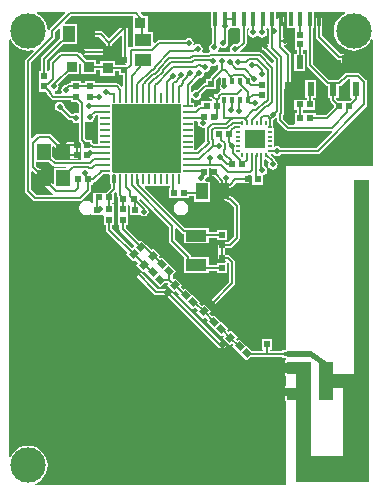
<source format=gtl>
%FSTAX23Y23*%
%MOIN*%
%SFA1B1*%

%IPPOS*%
%AMD22*
4,1,8,0.002000,0.005900,-0.002000,0.005900,-0.003900,0.003900,-0.003900,-0.003900,-0.002000,-0.005900,0.002000,-0.005900,0.003900,-0.003900,0.003900,0.003900,0.002000,0.005900,0.0*
1,1,0.003940,0.002000,0.003900*
1,1,0.003940,-0.002000,0.003900*
1,1,0.003940,-0.002000,-0.003900*
1,1,0.003940,0.002000,-0.003900*
%
%AMD24*
4,1,8,0.005900,-0.002000,0.005900,0.002000,0.003900,0.003900,-0.003900,0.003900,-0.005900,0.002000,-0.005900,-0.002000,-0.003900,-0.003900,0.003900,-0.003900,0.005900,-0.002000,0.0*
1,1,0.003940,0.003900,-0.002000*
1,1,0.003940,0.003900,0.002000*
1,1,0.003940,-0.003900,0.002000*
1,1,0.003940,-0.003900,-0.002000*
%
%AMD34*
4,1,4,0.000700,0.016000,-0.016000,-0.000700,-0.000700,-0.016000,0.016000,0.000700,0.000700,0.016000,0.0*
%
%AMD39*
4,1,4,0.016000,-0.000700,-0.000700,0.016000,-0.016000,0.000700,0.000700,-0.016000,0.016000,-0.000700,0.0*
%
%ADD14C,0.008000*%
%ADD16R,0.015750X0.047240*%
%ADD17O,0.011020X0.033470*%
%ADD18R,0.011020X0.033470*%
%ADD19R,0.033470X0.011020*%
%ADD20R,0.202760X0.202760*%
%ADD21R,0.013780X0.019680*%
G04~CAMADD=22~8~0.0~0.0~78.7~118.1~19.7~0.0~15~0.0~0.0~0.0~0.0~0~0.0~0.0~0.0~0.0~0~0.0~0.0~0.0~0.0~78.7~118.1*
%ADD22D22*%
%ADD23R,0.007870X0.011810*%
G04~CAMADD=24~8~0.0~0.0~78.7~118.1~19.7~0.0~15~0.0~0.0~0.0~0.0~0~0.0~0.0~0.0~0.0~0~0.0~0.0~0.0~270.0~118.0~78.0*
%ADD24D24*%
%ADD25R,0.011810X0.007870*%
%ADD26R,0.066930X0.060630*%
%ADD27R,0.023620X0.021650*%
%ADD28R,0.023620X0.045280*%
%ADD29R,0.021650X0.023620*%
%ADD30R,0.037400X0.037400*%
%ADD31R,0.031500X0.031500*%
%ADD32R,0.035430X0.035430*%
%ADD33R,0.019680X0.015750*%
G04~CAMADD=34~9~0.0~0.0~236.2~216.5~0.0~0.0~0~0.0~0.0~0.0~0.0~0~0.0~0.0~0.0~0.0~0~0.0~0.0~0.0~45.0~320.0~319.0*
%ADD34D34*%
%ADD35R,0.070870X0.039370*%
%ADD36R,0.043310X0.055120*%
%ADD37R,0.045280X0.055120*%
%ADD38R,0.037400X0.037400*%
G04~CAMADD=39~9~0.0~0.0~236.2~216.5~0.0~0.0~0~0.0~0.0~0.0~0.0~0~0.0~0.0~0.0~0.0~0~0.0~0.0~0.0~315.0~320.0~319.0*
%ADD39D39*%
%ADD40R,0.055120X0.043310*%
%ADD70C,0.003940*%
%ADD71C,0.020000*%
%ADD72C,0.023620*%
%ADD73C,0.118110*%
%LNheadset-pcb-1*%
%LPD*%
G36*
X00199Y01584D02*
X00147Y01532D01*
X00145Y01528*
X00145Y01527*
X0014Y01527*
X00139Y01538*
X00135Y0155*
X00129Y01561*
X00121Y01571*
X00111Y01579*
X00103Y01583*
X00104Y01588*
X00197*
X00199Y01584*
G37*
G36*
X00811Y01534D02*
X00812Y0153D01*
X00809Y01526*
X00808Y0152*
X00809Y01513*
X00813Y01508*
X00818Y01504*
X00825Y01503*
X00831Y01504*
X00836Y01508*
X00837Y01509*
X00842*
X00843Y01508*
X00848Y01504*
X00855Y01503*
X00861Y01504*
X00866Y01508*
X0087Y01513*
X00871Y0152*
X0087Y01526*
X00867Y0153*
X00867Y01531*
X00868Y01532*
X00874Y01534*
X00877Y01532*
Y01482*
X00872Y01481*
X00872Y01481*
X00868Y01483*
X00865Y01484*
X00861Y01483*
X00857Y01481*
X00855Y01477*
X00854Y01474*
Y0147*
X00855Y01466*
X00857Y01463*
X00893Y01428*
Y0142*
X00888Y01418*
X00855Y01451*
X00852Y01453*
X00848Y01454*
X00782*
X0078Y01459*
X008Y01478*
X00802Y01482*
X00803Y01485*
Y01532*
X00806Y01534*
X00808Y01534*
X00811Y01534*
G37*
G36*
X00775Y01535D02*
X00777D01*
X00782Y01532*
Y0149*
X00772Y01479*
X00771Y0148*
X00765Y01481*
X00758Y0148*
X00753Y01476*
X00749Y01471*
X00748Y01465*
X00749Y0146*
X00746Y01455*
X00709*
X00707Y0146*
X0071Y01463*
X00711Y01469*
X00714Y01471*
X00716Y01471*
X00718Y01469*
X00725Y01468*
X00731Y01469*
X00736Y01473*
X0074Y01478*
X00741Y01485*
X0074Y0149*
Y01527*
X00741Y01528*
X00744Y01532*
X00747Y01535*
X00775*
G37*
G36*
X00424Y01528D02*
Y01526D01*
X00425Y01523*
Y01473*
X00416*
X00413Y01472*
X00412Y01472*
X00408Y01475*
Y01539*
X00407Y01543*
X00405Y01546*
X00401Y01548*
X00397Y01549*
X00394Y01548*
X0039Y01546*
X00344Y015*
X00323Y01522*
X0032Y01524*
X00316Y01525*
X00278*
X00275Y01524*
X00271Y01522*
X00269Y01518*
X00268Y01515*
X00269Y01511*
X00271Y01507*
X00275Y01505*
X00278Y01504*
X00311*
X00334Y01481*
Y01467*
X00332Y01465*
X00259*
X00255Y01464*
X00252Y01462*
X00249Y01458*
X00249Y01455*
X00249Y01454*
X00244Y01451*
X00244Y01452*
X0024Y01454*
X00237Y01455*
X00185*
X00181Y01454*
X00177Y01452*
X00149Y01424*
X00147Y0142*
X00146Y01417*
Y01397*
X00145Y01392*
X00138*
Y01429*
X0019Y01481*
X00192*
X00193Y01481*
X00237*
Y01548*
X00199*
X00197Y01553*
X00219Y01574*
X00424*
Y01528*
G37*
G36*
X00684Y01535D02*
X00688D01*
Y01484*
X00683Y01481*
X00679Y01476*
X00678Y0147*
X00679Y01463*
X00682Y0146*
X00682Y01458*
X0068Y01455*
X0068Y01454*
X00677Y01454*
X00675Y01453*
X00657*
X00654Y01458*
X00655Y01458*
X00656Y01465*
X00655Y01471*
X00651Y01476*
X00646Y0148*
X0064Y01481*
X00633Y0148*
X00629Y01477*
X00625Y0148*
X00626Y01485*
X00625Y01491*
X00621Y01496*
X00616Y015*
X0061Y01501*
X00603Y015*
X00598Y01496*
X00597Y01495*
X00511*
X00507Y01494*
X00503Y01492*
X00497Y01485*
X00492Y01487*
Y01523*
X00477*
X00473Y01526*
Y01575*
X00457*
X00456Y01577*
X00449Y01584*
X00451Y01588*
X00684*
Y01535*
G37*
G36*
X00387Y01507D02*
Y01434D01*
X00386Y01432*
X00385Y01428*
X00386Y01424*
X00388Y01421*
X00392Y01419*
X00395Y01418*
X00397Y01418*
X00401Y01416*
X00398Y01412*
X00379*
Y01411*
X00364*
Y01425*
X00315*
Y01415*
X00301*
Y01429*
X00266*
X00256Y0144*
X00258Y01444*
X00259Y01444*
X00336*
X0034Y01445*
X00343Y01447*
X00352Y01456*
X00354Y01459*
X00355Y01463*
Y01481*
X00383Y01509*
X00387Y01507*
G37*
G36*
X00709Y0141D02*
Y01398D01*
X00683Y01371*
X00681Y01368*
X0068Y01365*
X00666*
Y01352*
X00665*
X00661Y01351*
X00658Y01349*
X00636Y01328*
X00635Y01328*
X00628Y01327*
X00623Y01323*
X00621Y0132*
X00616Y01321*
Y01341*
X00643Y01369*
X00645Y01368*
X00651Y01369*
X00656Y01373*
X0066Y01378*
X00661Y01384*
X00662Y01386*
X00663Y01387*
X00665Y01388*
X00671Y01389*
X00676Y01393*
X0068Y01398*
X00681Y01405*
X00681Y01405*
X00681Y01406*
X00685Y01409*
X0069Y01408*
X00696Y01409*
X00701Y01413*
X00706Y01413*
X00709Y0141*
G37*
G36*
X00252Y01414D02*
Y0138D01*
X00301*
Y01394*
X00315*
Y01376*
X00364*
Y01391*
X00379*
Y01377*
X0039*
Y01341*
X00385Y01339*
X00377Y01347*
X00373Y01349*
X0037Y0135*
X00296*
Y01357*
X00263*
Y0135*
X00251*
Y01357*
X00218*
Y0135*
X00212*
X00208Y01349*
X00205Y01347*
X00203Y01345*
X00201Y01345*
X00195Y01344*
X0019Y0134*
X00186Y01335*
X00185Y01329*
X00186Y01322*
X00187Y01321*
X00184Y01316*
X00165*
X00163Y01319*
X00165Y01324*
X00166Y01324*
X00171Y01328*
X00175Y01333*
X00176Y0134*
X00175Y01345*
X00209Y0138*
X00244*
Y01415*
X00249Y01417*
X00252Y01414*
G37*
G36*
X00716Y01369D02*
Y01349D01*
X00714Y01346*
X00713Y0134*
X00714Y01333*
X00716Y0133*
X00715Y01325*
X00715Y01324*
X00712Y01323*
X00704Y01314*
X00699Y01314*
X00698Y01314*
X00695Y01315*
X00692Y01318*
X0069Y01321*
X00687Y01323*
X00683Y01324*
X00679Y01323*
X00676Y01321*
X00674Y01318*
X00673Y01314*
Y01313*
X00674Y01309*
X00676Y01306*
X00683Y01299*
X00686Y01297*
X00686Y01296*
X00684Y01291*
X00652*
Y01278*
X00646*
X00642Y01277*
X00638Y01275*
X00633Y0127*
X00628Y01272*
Y01286*
X00616*
Y01302*
X00621Y01303*
X00623Y013*
X00628Y01296*
X00635Y01295*
X00641Y01296*
X00646Y013*
X0065Y01305*
X00651Y01312*
X00651Y01313*
X00667Y0133*
X007*
Y01353*
X007Y01354*
Y0136*
X00711Y01371*
X00716Y01369*
G37*
G36*
X01149Y01361D02*
D01*
Y01303*
X01152*
X01154Y01298*
X01147Y01291*
X01109*
X01102Y01298*
Y01303*
X0111*
Y0134*
X01114Y0134*
X01117Y01343*
X0114Y01366*
X01149*
X01149Y01361*
G37*
G36*
X00182Y01531D02*
Y015D01*
X00179Y01498*
X00121Y0144*
X00119Y01437*
X00118Y01433*
Y01392*
X00111*
Y01357*
Y01323*
X0013*
X00137Y01317*
X00137Y01314*
X0014Y01311*
X00152Y01299*
X00155Y01297*
X00159Y01296*
X00218*
Y01288*
X00238*
X00245Y01281*
Y01252*
X0024Y0125*
X00235Y01251*
X00228Y0125*
X00225Y01247*
X00219*
X00196Y01271*
X00196Y01272*
X00195Y01279*
X00191Y01284*
X00186Y01287*
X0018Y01289*
X00173Y01287*
X00168Y01284*
X00164Y01279*
X00163Y01272*
X00164Y01266*
X00168Y01261*
X00173Y01257*
X0018Y01256*
X00181Y01256*
X00208Y0123*
X00211Y01228*
X00215Y01227*
X0022*
X00223Y01223*
X00228Y01219*
X00235Y01218*
X0024Y01219*
X00245Y01217*
Y01162*
X00245Y01159*
X00248Y01155*
X00251Y01151*
Y01151*
X00252Y0115*
Y01128*
Y01126*
Y01123*
Y01095*
X00251*
X00247Y01094*
X00247Y01094*
X00167*
X00155Y01106*
Y01139*
X0016Y01141*
X00179Y01122*
Y01121*
X0018Y01117*
X00182Y01114*
X00194Y01102*
X00197Y011*
X00201Y01099*
X00236*
X0024Y011*
X00243Y01102*
X00245Y01106*
X00246Y0111*
Y01145*
X00245Y01148*
X00243Y01152*
X0024Y01154*
X00236Y01155*
X00208*
X00204Y01154*
X00201Y01152*
X0019Y0114*
X0015Y0118*
X00147Y01182*
X00143Y01183*
X0011*
X00106Y01182*
X00102Y0118*
X00089Y01167*
X00085Y01169*
Y0142*
X00162Y01497*
X00164Y015*
X00165Y01504*
Y0152*
X00177Y01533*
X00182Y01531*
G37*
G36*
X00936Y01535D02*
X00963D01*
X00965Y01531*
X00965Y0153*
Y01495*
Y01462*
X00971*
Y01449*
X00962*
Y01392*
X00997*
Y01449*
X00992*
Y01462*
X00998*
X01003Y0146*
Y01411*
X01004Y01407*
X01006Y01404*
X01067Y01343*
X0107Y0134*
X01074Y0134*
Y01303*
X01082*
Y01294*
X01083Y0129*
X01085Y01286*
X01093Y01278*
Y01271*
X01067Y01245*
X01033*
Y01251*
X00992*
Y01263*
X01031*
Y01296*
X01023*
Y01303*
X01035*
Y01361*
X00999*
Y01303*
X01003*
Y01296*
X00962*
Y01263*
X00971*
Y01251*
X00964*
Y01218*
X00962Y01213*
X00944*
X00924Y01233*
Y01244*
X00924Y01245*
X00926Y01248*
X00927Y01252*
Y01332*
X00932Y01332*
X00933Y01328*
X00935Y01325*
X00938Y01323*
X00942Y01322*
X00946Y01323*
X00949Y01325*
X00952Y01328*
X00952Y01332*
Y01446*
X00952Y0145*
X00949Y01453*
X00928Y01474*
X00929Y01478*
X0093Y01479*
X00933Y0148*
X00937Y01482*
X00939Y01486*
X0094Y0149*
X00939Y01493*
X00937Y01497*
X00933Y01499*
X0093Y015*
X00925*
Y0154*
X00925Y0154*
Y01556*
X00926Y01557*
X00928Y01561*
X00929Y01565*
X00928Y01568*
X00926Y01572*
X00922Y01574*
X00919Y01575*
X00915Y01574*
X00911Y01572*
X00907Y01568*
X00906Y01566*
X00901Y01566*
Y01588*
X00936*
Y01535*
G37*
G36*
X00309Y01224D02*
Y01184D01*
Y01147*
X00294*
X00289Y01152*
X00287Y01153*
Y01161*
X0027*
X00269Y01163*
X00265Y01167*
Y01222*
X00266Y01223*
X0027Y01225*
X00274Y01222*
X0028Y01221*
X00287Y01222*
X00292Y01225*
X00295Y01231*
X00297Y01237*
X00296Y01241*
X003Y01245*
X00309*
Y01224*
G37*
G36*
X00903Y01236D02*
X00903Y01236D01*
Y01229*
X00904Y01225*
X00906Y01222*
X00932Y01196*
X00936Y01194*
X0094Y01193*
X01086*
X01087Y01193*
X01089Y01188*
X01035Y01135*
X00917*
X00916Y01136*
X00911Y0114*
X00905Y01141*
X00898Y0114*
X00898Y01139*
X00893Y01142*
Y01163*
Y01199*
X00891Y01204*
X00892Y01205*
Y01229*
X00897Y01234*
X00898Y01236*
X00903Y01236*
G37*
G36*
X0064Y01221D02*
X0064Y01219D01*
X00641Y01213*
X00644Y01208*
X0065Y01204*
X00656Y01203*
X00661Y01204*
X00664Y01201*
X00665Y012*
Y01159*
X00665Y01157*
X00636Y01127*
X00628*
Y01145*
Y01184*
Y01225*
X00637*
X0064Y01221*
G37*
G36*
X01131Y01583D02*
X01123Y01579D01*
X01113Y01571*
X01105Y01561*
X01099Y0155*
X01095Y01538*
X01094Y01525*
X01095Y01512*
X01099Y015*
X01105Y01488*
X01113Y01479*
X01123Y0147*
X01134Y01464*
X01147Y01461*
X0116Y01459*
X01172Y01461*
X01185Y01464*
X01196Y0147*
X01206Y01479*
X01214Y01488*
X01218Y01497*
X01223Y01495*
Y01075*
X00935*
Y00463*
X00933Y00462*
X00921*
Y00458*
X0088*
Y00463*
X00886*
Y00499*
X00853*
Y00463*
X00859*
Y00458*
X0082*
X00802Y00475*
X00779Y00499*
X00773Y00493*
X00767Y00498*
X00773Y00504*
X00749Y00528*
X00743Y00522*
X00739Y00527*
X00743Y0053*
X00717Y00555*
X00694Y00579*
X00689Y00574*
X00679Y00585*
X00684Y0059*
X0066Y00614*
X00655Y00609*
X00645Y00618*
X00648Y0062*
X00622Y00645*
X00599Y00669*
X00593Y00663*
X00582Y00673*
X00588Y00679*
X00564Y00703*
X0056Y00699*
X00556Y00702*
Y00711*
X00569Y00724*
X00544Y00749*
X0052Y00773*
X00515Y00768*
X00511Y00772*
X00515Y00777*
X00492Y008*
X00487Y00796*
X00472Y00811*
X00469Y00813*
X00465Y00814*
X00465*
X0045Y00829*
X00445Y00824*
X004Y00869*
Y00878*
X00406*
Y00912*
Y00943*
X00408Y00944*
X00413Y00941*
Y0091*
X00446*
X00451Y0091*
X00454Y00908*
X0046Y00907*
X00466Y00908*
X00471Y00912*
X00475Y00917*
X00476Y00923*
X00475Y00929*
X00471Y00935*
X00467Y00937*
X00467Y00938*
X00445Y0096*
X00445Y00963*
X0045Y00964*
X00544Y00871*
Y00825*
X00545Y00821*
X00547Y00817*
X00591Y00774*
X00593Y0077*
Y00719*
X00676*
Y00724*
X00703*
Y00717*
X00736*
Y00751*
X00741Y00754*
X00744Y0075*
Y00689*
X00676Y0062*
X00674Y00617*
X00673Y00613*
X00674Y00609*
X00676Y00606*
X00679Y00604*
X00683Y00603*
X00687Y00604*
X0069Y00606*
X00762Y00677*
X00764Y00681*
X00765Y00685*
Y00755*
X00764Y00758*
X00762Y00762*
X00748Y00775*
X00745Y00777*
X00741Y00778*
X0073*
Y00801*
X00746*
X0075Y00802*
X00754Y00804*
X00777Y00827*
X00779Y00831*
X0078Y00835*
Y00943*
X00779Y00947*
X00777Y0095*
X00754Y00973*
X00751Y00975*
X00747Y00976*
X00745*
X00734Y00988*
Y0099*
X00742Y00998*
X00744Y01001*
X00744Y01002*
X00745Y01003*
X00747*
X00751Y01004*
X00754Y01006*
X00768Y01019*
X00806*
X0081Y0102*
X00813Y01022*
X00815Y01026*
X00816Y0103*
X00815Y01033*
X00813Y01037*
X0081Y01039*
X00808Y01039*
X00809Y01044*
X00815*
X00817Y01045*
X00821Y01042*
X00822Y01041*
Y01013*
X00857*
Y01044*
X00861Y01044*
X00866Y01048*
X0087Y01053*
X00871Y0106*
X0087Y01066*
X00866Y01071*
X00861Y01074*
Y01096*
X00862Y01096*
X00866Y01098*
X00876Y01088*
X00874Y01086*
X00873Y0108*
X00874Y01073*
X00878Y01068*
X00883Y01064*
X0089Y01063*
X00896Y01064*
X00901Y01068*
X00905Y01073*
X00906Y0108*
X00905Y01086*
X00901Y01091*
X00899Y01092*
X00899Y01093*
X00897Y01097*
X00883Y01111*
X00885Y01116*
X00891*
X00893Y01113*
X00898Y01109*
X00905Y01108*
X00911Y01109*
X00916Y01113*
X00917Y01114*
X0104*
X01043Y01115*
X01047Y01117*
X01202Y01272*
X01204Y01276*
X01205Y0128*
Y01356*
X01204Y0136*
X01202Y01363*
X01182Y01383*
X01178Y01385*
X01175Y01386*
X01136*
X01132Y01385*
X01129Y01383*
X01106Y01361*
X01078*
X01023Y01415*
Y01535*
X01027*
Y01588*
X0113*
X01131Y01583*
G37*
G36*
X00583Y01243D02*
Y01204D01*
Y01165*
Y01125*
Y01086*
Y01052*
X00369*
X00364Y01052*
X0036Y01052*
X0036Y01052*
X00355Y01056*
Y01086*
Y01125*
Y01165*
Y01204*
Y01243*
Y0128*
X00583*
Y01243*
G37*
G36*
X00156Y01076D02*
X00159Y01074D01*
X00163Y01073*
X00202*
X00204Y01068*
X00204Y01068*
X00161*
Y01016*
X00156Y01014*
X00137Y01034*
Y01039*
X00136Y01043*
X00134Y01047*
X00115Y01065*
X00112Y01067*
X00108Y01068*
X00107*
X001Y01076*
Y01088*
X00144*
X00156Y01076*
G37*
G36*
X00096Y01051D02*
X00099Y01049D01*
X00103Y01048*
X00104*
X00116Y01035*
Y0103*
X00117Y01026*
X00119Y01022*
X00159Y00983*
X00158Y0098*
X00157Y00978*
X00103*
X00085Y00997*
Y01055*
X00089Y01057*
X00096Y01051*
G37*
G36*
X00687Y01063D02*
X00686Y01062D01*
X00684Y01058*
X00683Y01055*
X00684Y01051*
X00686Y01047*
X00689Y01045*
X00691Y01043*
X00693Y0104*
X00711Y01022*
Y00992*
X00712Y00988*
X00713Y00986*
Y00984*
X00714Y0098*
X00716Y00976*
X00734Y00959*
X00737Y00957*
X00741Y00956*
X00743*
X0076Y00939*
Y00839*
X00742Y00821*
X0072*
X00716Y0082*
X00712Y00818*
X0071Y00815*
X00709Y00811*
Y00768*
X0071Y00764*
X00712Y00761*
X00716Y00759*
X0072Y00758*
X00733*
X00733Y00757*
X0073Y00752*
X00703*
Y00745*
X00676*
Y0077*
X00617*
Y00773*
X00616Y00777*
X00614Y0078*
X00565Y00829*
Y00865*
X00569Y00867*
X00586Y0085*
X00589Y00848*
X00593Y00847*
X00593*
Y00817*
X00676*
Y00834*
X00703*
Y00827*
X00736*
Y00862*
X00703*
Y00855*
X00676*
Y00869*
X00596*
X00463Y01002*
X00465Y01007*
X00547*
Y01001*
X00543*
Y00968*
X00612*
Y00974*
X00627*
Y00956*
X00682*
Y01023*
X00666*
X00664Y01027*
X00665Y01028*
X00666Y01035*
X0067Y01038*
X00677*
Y01068*
X00685*
X00687Y01063*
G37*
G36*
X0002Y01488D02*
X00028Y01479D01*
X00038Y0147*
X00049Y01464*
X00062Y01461*
X00075Y01459*
X00087Y01461*
X0009Y01462*
X00093Y01457*
X00067Y01432*
X00065Y01428*
X00064Y01424*
Y00993*
X00065Y00989*
X00067Y00985*
X00092Y00961*
X00095Y00959*
X00099Y00958*
X00248*
X00252Y00959*
X00255Y00961*
X00282Y00987*
X00284Y00991*
X00285Y00995*
Y01013*
X00292*
Y01019*
X00296Y0102*
X00299Y01022*
X00324Y01047*
X00345*
X00349Y01042*
X00349Y01041*
Y01018*
X0035Y01014*
X0035Y01013*
Y01001*
X00338Y00989*
X00336Y00986*
X00292*
Y00955*
X00287Y00952*
X00287Y00952*
X00279Y00957*
X0027Y00959*
X0026Y00957*
X00252Y00952*
X00247Y00944*
X00245Y00935*
X00247Y00925*
X00252Y00918*
X0026Y00912*
X0027Y0091*
X00279Y00912*
X00283Y00915*
X00288Y00912*
Y0091*
X00321*
Y00911*
X00323Y00912*
X00328Y00909*
Y00878*
X00334*
Y00862*
X00335Y00858*
X00337Y00855*
X00407Y00786*
X00401Y0078*
X00425Y00756*
X00431Y00762*
X00442Y00751*
X00435Y00744*
X00459Y0072*
X00461Y00722*
X00465Y0072*
X00489Y00697*
X00514Y00671*
X00528Y00686*
X0054*
X00542Y00681*
X00539Y00677*
X00562Y00654*
X00568Y00659*
X00578Y00649*
X00575Y00645*
X00599Y00622*
X00624Y00596*
X00631Y00604*
X0064Y00594*
X00635Y00589*
X00659Y00565*
X00664Y0057*
X00675Y0056*
X0067Y00555*
X00694Y00532*
X00719Y00506*
X00725Y00512*
X00729Y00508*
X00724Y00502*
X00747Y00479*
X00753Y00484*
X00758Y00479*
X00755Y00475*
X00779Y00452*
X00804Y00426*
X00815Y00438*
X00921*
Y00434*
X00933*
X00935Y00433*
Y00428*
X00932Y00427*
X0093Y00422*
Y00382*
X00932Y00377*
X00935Y00376*
Y00341*
X00932Y0034*
X0093Y00335*
Y00296*
X00932Y00291*
X00935Y0029*
Y00011*
X00098*
X00097Y00016*
X001Y00016*
X00111Y00022*
X00121Y00031*
X00129Y0004*
X00135Y00052*
X00139Y00064*
X0014Y00077*
X00139Y0009*
X00135Y00102*
X00129Y00113*
X00121Y00123*
X00111Y00131*
X001Y00137*
X00087Y00141*
X00075Y00142*
X00062Y00141*
X00049Y00137*
X00038Y00131*
X00028Y00123*
X0002Y00113*
X00016Y00105*
X00011Y00106*
Y01495*
X00016Y01497*
X0002Y01488*
G37*
G36*
X0037Y00985D02*
Y00977D01*
X00371Y00973*
X00373Y0097*
X00375Y00968*
Y00948*
X00373Y00947*
Y00912*
Y00878*
X00379*
Y00865*
X0038Y00861*
X00382Y00857*
X0043Y00809*
X00421Y008*
X00355Y00866*
Y00878*
X00361*
Y00912*
Y00947*
X00355*
Y00953*
X00361*
Y00983*
X00365Y00987*
X0037Y00985*
G37*
G36*
X0121Y00021D02*
X00967D01*
Y00296*
X00937*
Y00335*
X00967*
Y00382*
X00937*
Y00422*
X01017*
Y00107*
X01123*
Y00335*
X01091*
Y00296*
X01043*
Y00419*
X01014Y00439*
X00937*
Y00457*
X01019*
X01071Y00422*
X01091*
Y00382*
X01162*
Y01028*
X0121*
Y00021*
G37*
%LNheadset-pcb-2*%
%LPC*%
G36*
X01045Y01575D02*
X01041Y01574D01*
X01037Y01572*
X01035Y01568*
X01034Y01565*
Y01506*
X01035Y01502*
X01037Y01498*
X01105Y01431*
X01108Y01429*
X01112Y01428*
X01117*
X01119Y01426*
Y01421*
X0112Y01417*
X01122Y01413*
X01126Y01411*
X0113Y0141*
X01133Y01411*
X01137Y01413*
X01139Y01417*
X0114Y01421*
Y01431*
X01139Y01434*
X01137Y01438*
X01129Y01446*
X01126Y01448*
X01122Y01449*
X01116*
X01055Y0151*
Y01565*
X01054Y01568*
X01052Y01572*
X01048Y01574*
X01045Y01575*
G37*
G36*
X00584Y00959D02*
X00575Y00957D01*
X00567Y00952*
X00562Y00944*
X0056Y00935*
X00562Y00925*
X00567Y00918*
X00575Y00912*
X00584Y0091*
X00594Y00912*
X00602Y00918*
X00607Y00925*
X00609Y00935*
X00607Y00944*
X00602Y00952*
X00594Y00957*
X00584Y00959*
G37*
G36*
X00436Y00731D02*
X00432Y0073D01*
X00429Y00728*
X00426Y00725*
X00426Y00721*
X00426Y00717*
X00429Y00714*
X00495Y00647*
X00498Y00645*
X00502Y00644*
X00526*
X00529Y00644*
X00535*
X00703Y00475*
X00704Y00474*
X00707Y00472*
X0071Y00469*
X00714Y00469*
X00724*
X00728Y00469*
X00731Y00472*
X00732Y00472*
X00734Y00476*
X00735Y0048*
X00734Y00483*
X00732Y00487*
X00728Y00489*
X00725Y0049*
X00721Y00489*
X00718*
X00718Y00489*
X00717Y0049*
X00546Y00661*
X00543Y00663*
X00539Y00664*
X00532*
X00528Y00665*
X00506*
X00443Y00728*
X0044Y0073*
X00436Y00731*
G37*
%LNheadset-pcb-3*%
%LPD*%
G54D14*
X00729Y01234D02*
X00754D01*
X00729D02*
Y01235D01*
X00729Y01236D02*
X00729D01*
Y01267*
X00729Y01236D02*
X00729Y01235D01*
Y01267D02*
X00729Y01267D01*
X00755Y0108D02*
Y01083D01*
Y01091*
X00887Y01468D02*
Y01565D01*
X0064Y0141D02*
X00647D01*
X0065Y01407*
X00662*
X00665Y01405*
X00566Y01356D02*
X00578Y01368D01*
Y01369*
X00584Y01376*
Y01379*
X00761Y01445D02*
X00762Y01444D01*
X00681Y01445D02*
X00761D01*
X00606Y01346D02*
X00645Y01385D01*
X00537Y01354D02*
X00558Y01375D01*
X00548Y01458D02*
X00624D01*
X00439Y01303D02*
Y01348D01*
X00459Y01303D02*
Y01347D01*
X00439Y01348D02*
X00486Y01395D01*
X00496Y01405D02*
X00548Y01458D01*
X00557Y01405D02*
X00635D01*
X00538Y01385D02*
X00557Y01405D01*
X00564Y01356D02*
X00566D01*
X00559Y01351D02*
X00564Y01356D01*
X00558Y01375D02*
Y01376D01*
X00538Y01384D02*
Y01385D01*
X00508Y01353D02*
X00538Y01384D01*
X00507Y01353D02*
X00508D01*
X00498Y01345D02*
X00507Y01353D01*
X00524Y01394D02*
X0055Y0142D01*
X00524Y01389D02*
Y01394D01*
X00502Y01367D02*
X00524Y01389D01*
X00497Y01367D02*
X00502D01*
X00479Y01348D02*
X00497Y01367D01*
X0051Y01399D02*
X00544Y01434D01*
X0051Y01395D02*
Y01399D01*
X00496Y01381D02*
X0051Y01395D01*
X00492Y01381D02*
X00496D01*
X00465Y01354D02*
X00492Y01381D01*
X00496Y01401D02*
Y01405D01*
X0049Y01395D02*
X00496Y01401D01*
X00486Y01395D02*
X0049D01*
X00679Y01443D02*
X00681Y01445D01*
X00623Y01443D02*
X00679D01*
X00614Y01434D02*
X00623Y01443D01*
X00608Y01434D02*
X00614D01*
X00608Y01434D02*
X00608Y01434D01*
X00544Y01434D02*
X00608D01*
X00465Y01353D02*
Y01354D01*
X00459Y01347D02*
X00465Y01353D01*
X00635Y01405D02*
X0064Y0141D01*
X00695Y0147D02*
Y01471D01*
X00624Y01458D02*
X0063Y01463D01*
X00592Y01358D02*
X00604Y01371D01*
X00592Y01351D02*
Y01358D01*
X00583Y01342D02*
X00592Y01351D01*
X00577Y01342D02*
X00583D01*
X00577Y01303D02*
Y01342D01*
X00128Y0134D02*
Y01342D01*
X00162Y0134D02*
X00163Y0134D01*
X00162Y0134D02*
Y01347D01*
X0022Y01405*
X00857Y0124D02*
X00875D01*
X00851Y01234D02*
X00857Y0124D01*
X00851Y01218D02*
Y01234D01*
X00836Y0111D02*
Y01112D01*
X00835Y01109D02*
X00836Y0111D01*
X00835Y01035D02*
Y01109D01*
X00855Y0106D02*
Y01063D01*
X00851Y01066D02*
X00855Y01063D01*
X00851Y01066D02*
Y01112D01*
X00917Y01252D02*
Y01438D01*
X00887Y01468D02*
X00917Y01438D01*
X00811Y0143D02*
X00839D01*
X00801Y0142D02*
X00811Y0143D01*
X00775Y0142D02*
X00801D01*
X00796Y01233D02*
X00824Y01261D01*
X00834*
X00863Y01289*
X00869*
X0082Y01227D02*
X00868Y01275D01*
X0082Y01218D02*
Y01227D01*
X0082Y01218D02*
X0082Y01218D01*
X00141Y01349D02*
X00157Y01365D01*
X00135Y01349D02*
X00141D01*
X00128Y01342D02*
X00135Y01349D01*
X00147Y01318D02*
X00159Y01306D01*
X00147Y01318D02*
Y01321D01*
X00128Y0134D02*
X00147Y01321D01*
X00157Y01365D02*
Y01417D01*
X00875Y0124D02*
X00881Y01233D01*
X00803Y01294D02*
X00809Y01289D01*
X00803Y01294D02*
Y01297D01*
X00703Y01235D02*
Y01275D01*
X00721Y00992D02*
X00723Y00994D01*
X00539Y00654D02*
X00711Y00482D01*
X00743Y01261D02*
X00755Y01272D01*
Y01295*
X00729Y01267D02*
Y01295D01*
X00865Y0147D02*
X00903Y01432D01*
X00865Y0147D02*
Y01474D01*
X00903Y01258D02*
Y01432D01*
X00848Y01444D02*
X00889Y01403D01*
X00762Y01444D02*
X00848D01*
X00889Y01289D02*
Y01403D01*
X00839Y0143D02*
X00875Y01394D01*
X00855Y0138D02*
Y01394D01*
X00839Y0141D02*
X00855Y01394D01*
X0082Y0141D02*
X00839D01*
X00875Y01295D02*
Y01394D01*
X00778Y01257D02*
Y01292D01*
X00798Y01397D02*
X00829Y01365D01*
Y01365D02*
Y01365D01*
X00769Y01397D02*
X00798D01*
X00746Y0142D02*
X00769Y01397D01*
X00746Y0142D02*
Y0142D01*
X0089Y01245D02*
X00903Y01258D01*
X00914Y01249D02*
X00917Y01252D01*
X00868Y01275D02*
X00875D01*
X00889Y01289*
X00869Y01289D02*
X00875Y01295D01*
X00765Y01465D02*
X00772D01*
X00793Y01485*
X0089Y01241D02*
Y01245D01*
X00882Y01233D02*
X0089Y01241D01*
X00914Y01229D02*
Y01249D01*
X0055Y0142D02*
X00602D01*
X00479Y01303D02*
Y01348D01*
X00729Y01116D02*
X00755Y01091D01*
X00835Y01035D02*
X0084Y0103D01*
X00159Y01306D02*
X00235D01*
X01137Y01254D02*
Y01268D01*
X01086Y01203D02*
X01137Y01254D01*
X0094Y01203D02*
X01086D01*
X00143Y01173D02*
X0019Y01126D01*
X0011Y01173D02*
X00143D01*
X00537Y01354D02*
X00538D01*
X00559Y01304D02*
Y01351D01*
X00538Y01303D02*
Y01354D01*
X00604Y01371D02*
Y01374D01*
X00611Y0138*
Y01384*
X00611Y01385D02*
X00611Y01384D01*
X00606Y01275D02*
Y01346D01*
X00611Y01385D02*
X00615D01*
X00629Y01429D02*
X00677D01*
X00754Y01234D02*
X00755Y01233D01*
X00754Y01233D02*
X00755Y01233D01*
X00751Y01233D02*
X00754D01*
X00754Y01234D02*
X00795D01*
X00796Y01233D02*
X00804Y01225D01*
X00795Y01234D02*
X00796Y01233D01*
X00269Y01145D02*
X00282D01*
X00757Y01219D02*
X0078D01*
X00739Y012D02*
X00757Y01219D01*
X00763Y01205D02*
X00775D01*
X00752Y01194D02*
X00763Y01205D01*
X00778Y01257D02*
X00779Y01258D01*
X00803Y0136D02*
X00806Y01357D01*
X00752Y01372D02*
X00757Y01377D01*
X00791*
X00803Y01366*
Y0136D02*
Y01366D01*
X0073Y01394D02*
X00752Y01372D01*
Y0136D02*
Y01372D01*
Y0136D02*
X00755Y01357D01*
X00806Y01297D02*
Y01323D01*
X00759Y01118D02*
Y01142D01*
X0066Y01235D02*
X00669D01*
X0072Y01394D02*
X0073D01*
X0069Y01364D02*
X0072Y01394D01*
X00711Y01307D02*
X00719Y01315D01*
X00711Y01302D02*
Y01307D01*
X00703Y01294D02*
X00711Y01302D01*
X00691Y01306D02*
X00703Y01294D01*
X0072Y01394D02*
Y01425D01*
X00687Y01427D02*
X0069Y01425D01*
X00677Y01428D02*
X00679D01*
X00677Y01429D02*
X00677Y01428D01*
X0073Y0149D02*
Y0154D01*
X00725Y01485D02*
X0073Y0149D01*
X00259Y01455D02*
X00336D01*
X00416Y01412D02*
Y01462D01*
X00489*
X00397Y0143D02*
Y01539D01*
X00395Y01428D02*
X00397Y0143D01*
X00489Y01462D02*
X00511Y01485D01*
X0061*
X0069Y01354D02*
Y01364D01*
X00729Y0134D02*
Y01357D01*
X00719Y01315D02*
X00772D01*
X00855Y0152D02*
Y01556D01*
X00825Y0152D02*
Y01564D01*
X00915Y0149D02*
Y0154D01*
X0066Y01235D02*
X00662Y01237D01*
X00656Y01231D02*
X0066Y01235D01*
X00606D02*
X0066D01*
X00772Y01315D02*
X00789Y01333D01*
X00606Y01117D02*
X0064D01*
X00676Y01153*
X00733Y01214D02*
X00751Y01233D01*
X00784Y01218D02*
X00788D01*
X00783Y01218D02*
X00784Y01218D01*
X0078Y01218D02*
X00783D01*
X0078Y01219D02*
X0078Y01218D01*
X00729Y012D02*
X00739D01*
X00728Y012D02*
X00729Y012D01*
X00727D02*
X00728Y012D01*
X00689Y01214D02*
X00733D01*
X00675Y012D02*
X00689Y01214D01*
X00675Y01159D02*
Y012D01*
Y01159D02*
X00676Y01158D01*
Y01153D02*
Y01158D01*
X00695Y012D02*
X00727D01*
X00689Y01194D02*
X00695Y012D01*
X00689Y01165D02*
Y01194D01*
Y01165D02*
X0069Y01164D01*
Y01159D02*
Y01164D01*
Y01159D02*
X00691Y01158D01*
Y01146D02*
Y01158D01*
X0069Y01145D02*
X00691Y01146D01*
X0069Y01143D02*
Y01145D01*
X00752Y01186D02*
Y01194D01*
X00646Y01268D02*
X00663D01*
X00633Y01255D02*
X00646Y01268D01*
X00606Y01255D02*
X00633D01*
X00882Y01205D02*
Y01233D01*
X00881Y01205D02*
X00882Y01205D01*
X00155Y01504D02*
Y01525D01*
X00075Y01424D02*
X00155Y01504D01*
X00075Y00993D02*
Y01424D01*
Y00993D02*
X00099Y00968D01*
X00449Y01551D02*
Y01569D01*
Y01545D02*
Y01551D01*
X00433Y01585D02*
X00449Y01569D01*
X00215Y01585D02*
X00433D01*
X00155Y01525D02*
X00215Y01585D01*
X00455Y01506D02*
Y01539D01*
X00344Y01486D02*
X00397Y01539D01*
X0041Y01406D02*
X00416Y01412D01*
X00409Y01406D02*
X0041D01*
X00405Y01402D02*
X00409Y01406D01*
X00201Y01329D02*
X00212Y0134D01*
X0018Y01272D02*
X00215Y01237D01*
X00255Y01162D02*
X00262Y01156D01*
Y01151D02*
Y01156D01*
X00255Y01162D02*
Y01286D01*
X00235Y01306D02*
X00255Y01286D01*
X00274Y0107D02*
X00276Y01069D01*
X00257Y0107D02*
X00274D01*
X00256Y0107D02*
X00257Y0107D01*
X00279Y01084D02*
X0028Y01084D01*
X00251Y01084D02*
X00279D01*
X0025Y01084D02*
X00251Y01084D01*
X00225Y0107D02*
X00256D01*
X00212Y01057D02*
X00225Y0107D01*
X00163Y01084D02*
X0025D01*
X00148Y01099D02*
X00163Y01084D01*
X00282Y01145D02*
X0029Y01137D01*
X0028Y01084D02*
X0028D01*
X00276Y01069D02*
X00287D01*
X00265Y01049D02*
Y0105D01*
Y01049D02*
X00267Y01047D01*
X0029Y01137D02*
X00332D01*
X00167Y0099D02*
X0023D01*
X00127Y0103D02*
X00167Y0099D01*
X00793Y01485D02*
Y01565D01*
X00855Y01556D02*
X00859Y01561D01*
X00914Y01229D02*
X0094Y01203D01*
X00915Y0149D02*
X0093D01*
X00693Y0114D02*
X0071D01*
X00718Y01163D02*
X0073Y01151D01*
Y01131D02*
Y01151D01*
X00729Y01131D02*
X0073Y01131D01*
X00729Y01116D02*
Y01131D01*
X00745Y01155D02*
Y0118D01*
Y01155D02*
X00747Y01153D01*
Y01142D02*
Y01153D01*
Y01142D02*
X00747Y01142D01*
X0075*
X00753Y0114*
X00758Y01142D02*
X00759Y01142D01*
Y01118D02*
X0078Y01096D01*
X00781Y01086D02*
Y01096D01*
X0078D02*
X00781D01*
X0069Y01143D02*
X00693Y0114D01*
X00814Y00448D02*
X0087D01*
X00811Y00451D02*
X00814Y00448D01*
X00231Y01235D02*
X00235D01*
X00229Y01237D02*
X00231Y01235D01*
X00215Y01237D02*
X00229D01*
X00157Y01417D02*
X00185Y01445D01*
X00212Y0134D02*
X00235D01*
X00458Y01478D02*
Y01496D01*
X00267Y01036D02*
Y01047D01*
X00305Y0093D02*
Y00965D01*
X00419Y0097D02*
X0043Y0096D01*
X0046Y00923D02*
Y0093D01*
X00434Y00957D02*
X0046Y0093D01*
X00434Y00957D02*
Y00958D01*
X00427Y00965D02*
X00434Y00958D01*
X00426Y00965D02*
X00427D01*
X00778Y01292D02*
X0078Y01295D01*
X00811Y01352D02*
X00818Y01345D01*
X00854*
X00809Y01352D02*
X00811D01*
X00915Y0154D02*
Y01561D01*
X00915Y0154D02*
X00915Y0154D01*
X00718Y01163D02*
Y01173D01*
X00711Y0118D02*
X00718Y01173D01*
X00745Y0118D02*
X00752Y01186D01*
X0078Y01348D02*
X00806Y01323D01*
X0078Y01348D02*
Y01357D01*
X00449Y01405D02*
Y01417D01*
X00458Y01427*
X0028Y01237D02*
Y0124D01*
X00698Y01467D02*
Y01565D01*
X00695Y01471D02*
X00698Y01467D01*
X0073Y01549D02*
Y01565D01*
X00395Y01395D02*
Y01395D01*
Y01395D02*
Y01395D01*
X00402Y01402D02*
X00405D01*
X00395Y01395D02*
X00402Y01402D01*
X0065Y01035D02*
X0066Y01045D01*
Y01055*
X00335Y0132D02*
X00337Y01317D01*
X00346*
X00349Y01315*
X00359*
X0036Y01313*
Y01303D02*
Y01313D01*
X00281Y01117D02*
X00332D01*
X00267Y01036D02*
X00274Y0103D01*
X00275*
X00915Y01473D02*
Y0149D01*
X00806Y01295D02*
Y01297D01*
X00829Y01285D02*
X0083Y01285D01*
X00815Y01285D02*
X00829D01*
X00812Y01289D02*
X00815Y01285D01*
X00809Y01289D02*
X00812D01*
X01136Y01376D02*
X01175D01*
X0111Y0135D02*
X01136Y01376D01*
X011Y0135D02*
X0111D01*
X01092Y01342D02*
X011Y0135D01*
X01092Y01332D02*
Y01342D01*
X01175Y01376D02*
X01195Y01356D01*
Y0128D02*
Y01356D01*
X0104Y01125D02*
X01195Y0128D01*
X00905Y01125D02*
X0104D01*
X00903Y01126D02*
X00905Y01125D01*
X00881Y01126D02*
X00903D01*
X00735Y01007D02*
Y01035D01*
Y01005D02*
Y01007D01*
X00741Y01013*
X00723Y0099D02*
Y00994D01*
X00735Y01005*
X00714Y01105D02*
X00736Y01083D01*
X00751*
X00755Y0108*
X00747Y01013D02*
X00763Y0103D01*
X00741Y01013D02*
X00747D01*
X00763Y0103D02*
X00806D01*
X0077Y00835D02*
Y00943D01*
X00747Y00966D02*
X0077Y00943D01*
X00741Y00966D02*
X00747D01*
X00723Y00984D02*
X00741Y00966D01*
X00723Y00984D02*
Y0099D01*
X00746Y00811D02*
X0077Y00835D01*
X0072Y00811D02*
X00746D01*
X00741Y00768D02*
X00755Y00755D01*
X0072Y00768D02*
X00741D01*
X00755Y00685D02*
Y00755D01*
X00683Y00613D02*
X00755Y00685D01*
X00449Y01545D02*
X00455Y01539D01*
X00099Y00968D02*
X00248D01*
X00275Y00995*
Y0103*
X01137Y01268D02*
X01144Y01275D01*
X01145*
X00915Y01561D02*
X00919Y01565D01*
X00915Y01473D02*
X00942Y01446D01*
Y01332D02*
Y01446D01*
X01013Y01411D02*
X01074Y0135D01*
X01084*
X01092Y01342*
X01013Y01411D02*
Y01565D01*
X01045Y01506D02*
X01112Y01438D01*
X01122*
X0113Y01431*
Y01421D02*
Y01431D01*
X01045Y01506D02*
Y01565D01*
X01152Y01282D02*
X01167Y01297D01*
X01152Y01281D02*
Y01282D01*
X01145Y01275D02*
X01152Y01281D01*
X01145Y01275D02*
X01145D01*
X01167Y01297D02*
Y01332D01*
X01092Y01294D02*
Y01332D01*
Y01294D02*
X01103Y01282D01*
Y01281D02*
Y01282D01*
Y01281D02*
X0111Y01275D01*
X01111*
X01015Y01235D02*
X01071D01*
X01103Y01267*
Y01268*
X0111Y01275*
X0098Y0128D02*
X00982Y01277D01*
Y01235D02*
Y01277D01*
X01013Y01328D02*
X01017Y01332D01*
X01013Y0128D02*
Y01328D01*
X0098Y01421D02*
X00982Y01423D01*
Y0148*
Y01513D02*
Y01565D01*
X00856D02*
X00859Y01561D01*
X00824Y01565D02*
X00825Y01564D01*
X0082Y0106D02*
Y01107D01*
X00815Y01055D02*
X0082Y0106D01*
X00741Y01055D02*
X00815D01*
X0089Y0108D02*
Y0109D01*
X0073Y01565D02*
X00761D01*
X0062Y0142D02*
X00629Y01429D01*
X00679Y01428D02*
X0068Y01427D01*
X00687*
X00557Y01303D02*
X00559Y01304D01*
X00498Y01303D02*
Y01345D01*
X00703Y01275D02*
Y01294D01*
X0069Y01306D02*
X00691D01*
X00683Y01313D02*
X0069Y01306D01*
X00683Y01313D02*
Y01314D01*
X00635Y01312D02*
X00665Y01342D01*
X00678*
X00683Y01347*
X00656Y01219D02*
Y01231D01*
X00867Y01112D02*
X0089Y0109D01*
X00336Y01455D02*
X0034Y01458D01*
X0028Y01306D02*
X0031D01*
X0028Y0124D02*
X00296Y01255D01*
X00332*
X00277Y01275D02*
X00332D01*
X00316Y01515D02*
X00344Y01486D01*
X00278Y01515D02*
X00316D01*
X00128Y01375D02*
Y01433D01*
X00186Y01491*
X00192*
X0021Y01509*
Y01515*
X00593Y00858D02*
X00606D01*
X0044Y01011D02*
X00593Y00858D01*
X00555Y00825D02*
Y00875D01*
X0042Y0101D02*
X00555Y00875D01*
X0072Y00768D02*
Y00811D01*
X00635Y00843D02*
X00636Y00845D01*
X0072*
X00635Y00745D02*
X00645Y00735D01*
X0072*
X00711Y00482D02*
X00711D01*
X00714Y00479*
X00724*
X00725Y0048*
X00502Y00655D02*
X00528D01*
X00529Y00654*
X00539*
X00436Y00721D02*
X00502Y00655D01*
X00336Y01405D02*
X0034Y01401D01*
X00277Y01405D02*
X00336D01*
X00185Y01445D02*
X00237D01*
X00277Y01405*
X00262Y01151D02*
X00269Y01145D01*
X00127Y0103D02*
Y01035D01*
X0023Y0099D02*
X00241Y01001D01*
Y0103*
X00201Y0111D02*
X00236D01*
X0019Y01121D02*
X00201Y0111D01*
X0019Y01126D02*
Y01126D01*
X00208Y01145D02*
X00236D01*
X0019Y01126D02*
X00208Y01145D01*
X0019Y01121D02*
Y01126D01*
X0009Y01153D02*
X0011Y01173D01*
X0009Y01072D02*
Y01153D01*
Y01072D02*
X00103Y01058D01*
X00108*
X00127Y01039*
Y01035D02*
Y01039D01*
X00603Y0142D02*
X0062D01*
X00602Y0142D02*
X00603Y0142D01*
X00812Y013D02*
X00823Y01311D01*
X00809Y013D02*
X00812D01*
X00806Y01297D02*
X00809Y013D01*
X00823Y01311D02*
X00854D01*
X00806Y01355D02*
X00809Y01352D01*
X00806Y01355D02*
Y01357D01*
X00683Y01347D02*
X0069Y01354D01*
X00685Y01078D02*
X00718D01*
X00606D02*
X00685D01*
X0068Y01083D02*
X00685Y01078D01*
X0068Y01083D02*
Y011D01*
X00781Y01086D02*
X00788Y0108D01*
X00788*
X00804Y01095D02*
Y01112D01*
X00788Y0108D02*
X00804Y01095D01*
X00711Y0118D02*
X00711D01*
X00745D02*
X00745D01*
X0042Y01375D02*
X00449Y01405D01*
X0042Y01303D02*
Y01375D01*
X00804Y01218D02*
Y01225D01*
X00645Y01097D02*
X0069Y01143D01*
X00606Y01097D02*
X00645D01*
X00718Y01078D02*
X00741Y01055D01*
X0082Y01108D02*
X0082Y01107D01*
X0082Y01108D02*
Y01112D01*
X0082Y01112D02*
X0082Y01112D01*
X0087Y00448D02*
X00927D01*
X0087D02*
Y00481D01*
X00803Y00451D02*
X00811D01*
X00777Y00475D02*
X0078D01*
X00748Y00503D02*
X00777Y00475D01*
X0072Y00531D02*
X00748Y00503D01*
X00718Y00531D02*
X0072D01*
X0066Y0059D02*
X00695Y00555D01*
X00623Y00621D02*
X00628D01*
X0066Y0059*
X00597Y00645D02*
X006D01*
X00563Y00678D02*
X00597Y00645D01*
X00545Y00696D02*
Y00715D01*
X00545Y00716D02*
X00545Y00715D01*
X00545Y00716D02*
Y00725D01*
X00545Y00696D02*
X00563Y00678D01*
X00523Y00696D02*
X00545D01*
X00522Y00695D02*
X00523Y00696D01*
X00514Y00695D02*
X00522D01*
X00513Y00696D02*
X00514Y00695D01*
X00426Y00781D02*
X00487Y0072D01*
X0049*
X00465Y00804D02*
X00521Y00748D01*
X0046Y00804D02*
X00465D01*
X00458Y00805D02*
X0046Y00804D01*
X0045Y00805D02*
X00458D01*
X0045Y00805D02*
X0045Y00805D01*
X0039Y00865D02*
X0045Y00805D01*
X0039Y00865D02*
Y00896D01*
X00345Y00862D02*
X00426Y00781D01*
X00345Y00862D02*
Y00896D01*
X0043Y00928D02*
Y0096D01*
X00305Y00965D02*
X0031Y0097D01*
X0039Y00963D02*
X00391Y00965D01*
X0039Y0093D02*
Y00963D01*
X00343Y0097D02*
X00345Y00968D01*
Y0093D02*
Y00968D01*
X0044Y01011D02*
Y01029D01*
X0042Y0101D02*
Y0103D01*
X0038Y00977D02*
X00386Y00971D01*
Y0097D02*
Y00971D01*
Y0097D02*
X00391Y00965D01*
X0038Y00977D02*
Y0103D01*
X004Y01005D02*
Y0103D01*
Y01005D02*
X00414Y00991D01*
Y00976D02*
Y00991D01*
Y00976D02*
X00419Y00971D01*
Y0097D02*
Y00971D01*
X00621Y00745D02*
X00635D01*
X00606Y00759D02*
X00621Y00745D01*
X00606Y00759D02*
Y00773D01*
X00555Y00825D02*
X00606Y00773D01*
X00621Y00843D02*
X00635D01*
X00606Y00858D02*
X00621Y00843D01*
X00439Y0103D02*
X0044Y01029D01*
X00345Y00981D02*
X0036Y00997D01*
X00345Y0098D02*
Y00981D01*
X00339Y00975D02*
X00345Y0098D01*
X0036Y00997D02*
Y0103D01*
X00296Y01078D02*
X00332D01*
X00287Y01069D02*
X00296Y01078D01*
X00207Y01057D02*
X00212D01*
X0019Y01039D02*
X00207Y01057D01*
X0019Y01035D02*
Y01039D01*
X00144Y01099D02*
X00148D01*
X00127Y01116D02*
X00144Y01099D01*
X00127Y01116D02*
Y01121D01*
X0028Y01084D02*
X00294Y01097D01*
X00332*
X0028Y0134D02*
X0037D01*
X0024D02*
X0028D01*
X0037D02*
X0038Y01329D01*
Y01303D02*
Y01329D01*
X0065Y00985D02*
X00655Y0099D01*
X00595Y00985D02*
X0065D01*
X00557Y00988D02*
X00561Y00985D01*
X00557Y00988D02*
Y0103D01*
X00721Y00992D02*
Y01026D01*
X007Y01048D02*
X00721Y01026D01*
X007Y01048D02*
Y01049D01*
X00694Y01055D02*
X007Y01049D01*
X00693Y01055D02*
X00694D01*
X00606Y01058D02*
X00656D01*
X0066Y01055*
X00662Y01237D02*
X00663Y01236D01*
X00663Y01268D02*
Y01269D01*
X00669Y01275*
X0067*
X00236Y0111D02*
Y01145D01*
X00292Y0103D02*
X00321Y01058D01*
X00275Y0103D02*
X00292D01*
X00321Y01058D02*
X00332D01*
X00344Y01463D02*
Y01486D01*
X0034Y01458D02*
X00344Y01463D01*
X0039Y01401D02*
X00395Y01395D01*
X0034Y01401D02*
X0039D01*
X00395Y01395D02*
X004Y0139D01*
Y01303D02*
Y0139D01*
G54D16*
X00667Y01565D03*
X00698D03*
X0073D03*
X00761D03*
X00793D03*
X00824D03*
X00856D03*
X00887D03*
X00919D03*
X0095D03*
X00982D03*
X01013D03*
X01045D03*
G54D17*
X0036Y0103D03*
G54D18*
X0038Y0103D03*
X004D03*
X0042D03*
X00439D03*
X00459D03*
X00479D03*
X00498D03*
X00518D03*
X00538D03*
X00557D03*
X00577D03*
Y01303D03*
X00557D03*
X00538D03*
X00518D03*
X00498D03*
X00479D03*
X00459D03*
X00439D03*
X0042D03*
X004D03*
X0038D03*
X0036D03*
G54D19*
X00606Y01058D03*
Y01078D03*
Y01097D03*
Y01117D03*
Y01137D03*
Y01156D03*
Y01176D03*
Y01196D03*
Y01216D03*
Y01235D03*
Y01255D03*
Y01275D03*
X00332D03*
Y01255D03*
Y01235D03*
Y01216D03*
Y01196D03*
Y01176D03*
Y01156D03*
Y01137D03*
Y01117D03*
Y01097D03*
Y01078D03*
Y01058D03*
G54D20*
X00469Y01166D03*
G54D21*
X00806Y01295D03*
X0078D03*
X00755D03*
X00729D03*
Y01357D03*
X00755D03*
X0078D03*
X00806D03*
G54D22*
X00788Y01218D03*
X00867D03*
Y01112D03*
X00788D03*
G54D23*
X00804Y01218D03*
X0082D03*
X00836D03*
X00851D03*
Y01112D03*
X00836D03*
X0082D03*
X00804D03*
G54D24*
X00881Y01205D03*
Y01126D03*
X00775D03*
Y01205D03*
G54D25*
X00881Y01189D03*
Y01173D03*
Y01157D03*
Y01142D03*
X00775D03*
Y01157D03*
Y01173D03*
Y01189D03*
G54D26*
X0083Y01165D03*
G54D27*
X0067Y01275D03*
X00703D03*
X0098Y0128D03*
X01013D03*
X00982Y01235D03*
X01015D03*
X01145Y01275D03*
X01111D03*
X00745Y0118D03*
X00711D03*
X00595Y00985D03*
X00561D03*
X0084Y0103D03*
X00806D03*
X00788Y0108D03*
X00755D03*
X0027Y0111D03*
X00236D03*
X00275Y0103D03*
X00241D03*
X0027Y01145D03*
X00236D03*
X00662Y01237D03*
X00695D03*
X0066Y01055D03*
X00693D03*
X00343Y0097D03*
X0031D03*
X00392Y00965D03*
X00426D03*
G54D28*
X0113Y01421D03*
X01167Y01332D03*
X01092D03*
X0098Y01421D03*
X01017Y01332D03*
X00942D03*
G54D29*
X00982Y0148D03*
Y01513D03*
X00683Y01347D03*
Y01314D03*
X00235Y0134D03*
Y01306D03*
X0072Y00845D03*
Y00811D03*
Y00735D03*
Y00768D03*
X00128Y01375D03*
Y01341D03*
X00854Y01345D03*
Y01311D03*
X0028Y0134D03*
Y01306D03*
X00395Y01395D03*
Y01428D03*
X0087Y00515D03*
Y00481D03*
X00345Y00896D03*
Y0093D03*
X0039Y00896D03*
Y0093D03*
X0043Y00895D03*
Y00928D03*
X00305Y00895D03*
Y00928D03*
G54D30*
X00277Y01405D03*
X0022D03*
X00392Y01551D03*
X00449D03*
G54D31*
X00925Y0032D03*
G54D32*
X0093Y004D03*
G54D33*
X00937Y00448D03*
G54D34*
X00426Y00781D03*
X0045Y00805D03*
X00491Y00776D03*
X00515Y008D03*
X0046Y00745D03*
X00436Y00721D03*
X00725Y0048D03*
X00748Y00503D03*
X0066Y0059D03*
X00683Y00613D03*
X0054Y00655D03*
X00563Y00678D03*
G54D35*
X00635Y00843D03*
Y00745D03*
G54D36*
X00278Y01515D03*
X0021D03*
X00723Y0099D03*
X00655D03*
G54D37*
X0019Y01035D03*
Y01121D03*
X00127D03*
Y01035D03*
G54D38*
X0034Y01458D03*
Y01401D03*
G54D39*
X0078Y00475D03*
X00803Y00451D03*
X00695Y00555D03*
X00718Y00531D03*
X006Y00645D03*
X00623Y00621D03*
X00521Y00748D03*
X00545Y00725D03*
X0049Y0072D03*
X00513Y00696D03*
G54D40*
X00458Y01427D03*
Y01496D03*
G54D70*
X0027Y00935D03*
X00584D03*
G54D71*
X0016Y0134D03*
X00235Y01271D03*
X00645Y01385D03*
X00558Y01376D03*
X00665Y01405D03*
X00695Y0147D03*
X00584Y01379D03*
X0075Y0126D03*
X00829Y01365D03*
X00765Y01465D03*
X0089Y01245D03*
X0082Y0141D03*
X00746Y0142D03*
X00855Y0138D03*
X00865Y01474D03*
X00775Y0142D03*
X00855Y0106D03*
X00615Y01385D03*
X00779Y01258D03*
X0072Y01425D03*
X0069D03*
X00725Y01485D03*
X0073Y0154D03*
X00259Y01455D03*
X00729Y0134D03*
X00855Y0152D03*
X00825D03*
X00895Y01525D03*
X00656Y01219D03*
X00107Y01412D03*
X00201Y01329D03*
X0018Y01272D03*
X0028Y01237D03*
X00265Y0105D03*
X0071Y0114D03*
X00753D03*
X00235Y01235D03*
X00172Y01237D03*
X00315Y0093D03*
X0046Y00923D03*
X0064Y01465D03*
X0061Y01485D03*
X00628Y01525D03*
X00895Y0087D03*
X0014Y0091D03*
X00163Y00835D03*
X003Y00815D03*
X0043Y00595D03*
X00125Y0064D03*
X00055Y00895D03*
X0003Y00991D03*
X00905Y00645D03*
X00819Y0083D03*
X0003Y01327D03*
X00711Y0091D03*
X00645Y0092D03*
X00485Y009D03*
X00663Y008D03*
X0055Y0154D03*
X00035Y01217D03*
X00287Y00735D03*
X01055Y01268D03*
X00655Y0069D03*
X0065Y01035D03*
X00335Y0132D03*
X00281Y01117D03*
X0093Y0149D03*
X0083Y01285D03*
X00905Y01125D03*
X00735Y01035D03*
X00714Y01105D03*
X0089Y0108D03*
X00635Y01312D03*
X0031Y01306D03*
X00277Y01275D03*
X0068Y011D03*
G54D72*
X00395Y01095D03*
X00433D03*
X0047D03*
X00508D03*
X00545D03*
X00395Y01131D03*
Y01167D03*
Y01203D03*
X00433Y0124D03*
Y01203D03*
Y01167D03*
Y01131D03*
X0047Y0124D03*
Y01203D03*
Y01167D03*
Y01131D03*
X00508Y0124D03*
Y01203D03*
Y01167D03*
Y01131D03*
X00545Y0124D03*
Y01203D03*
Y01167D03*
Y01131D03*
X00395Y0124D03*
G54D73*
X0116Y01525D03*
X00075D03*
Y00077D03*
M02*
</source>
